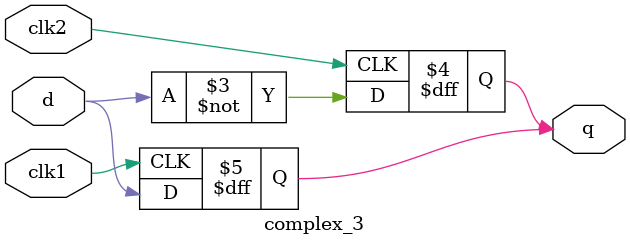
<source format=v>
module complex_3(
	input wire clk1, 
	input wire clk2, 
	input wire d, 
	output reg q
);
  always @(posedge clk1)
    q <= d;
  always @(posedge clk2)
    q <= ~d;
endmodule
</source>
